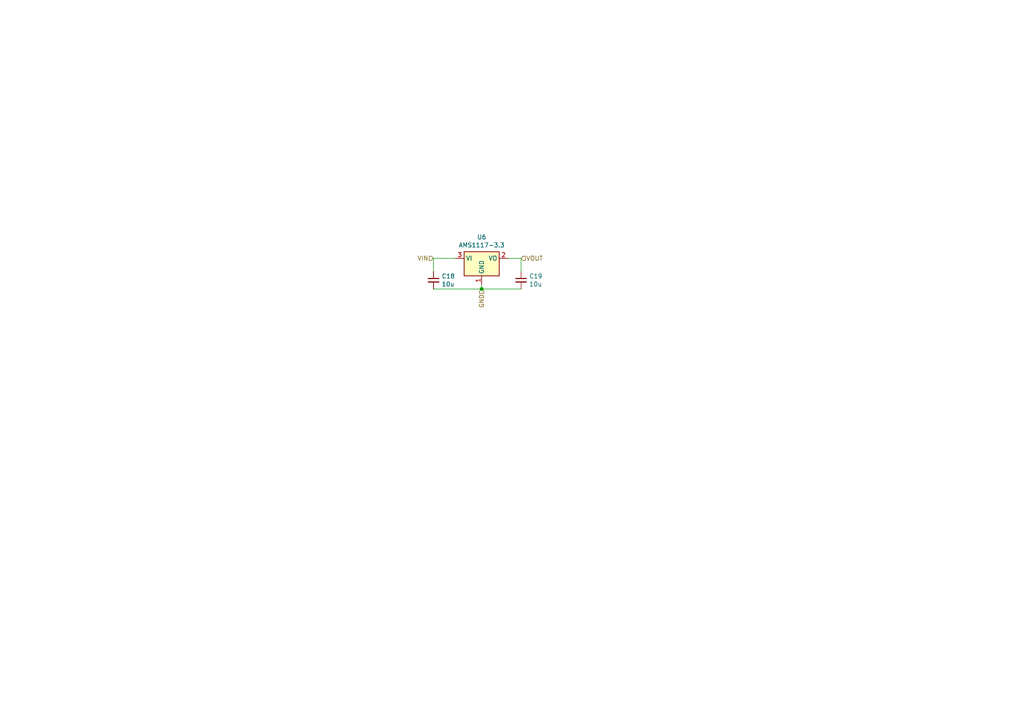
<source format=kicad_sch>
(kicad_sch (version 20231120) (generator "eeschema") (generator_version "8.0")
  (paper "A4")
  (lib_symbols
    (symbol "Device:C_Small" (pin_numbers hide) (pin_names (offset 0.254) hide)
      (property "Reference" "C" (at 0.254 1.778 0))
      (property "Value" "C_Small" (at 0.254 -2.032 0))
      (symbol "C_Small_0_1"
        (polyline (pts (xy -1.524 -0.508) (xy 1.524 -0.508)) (stroke (width 0.3302)))
        (polyline (pts (xy -1.524 0.508) (xy 1.524 0.508)) (stroke (width 0.3048)))
      )
      (symbol "C_Small_1_1"
        (pin passive line (at 0 2.54 270) (length 2.032) (name "~") (number "1"))
        (pin passive line (at 0 -2.54 90) (length 2.032) (name "~") (number "2"))
      )
    )
    (symbol "Regulator_Linear:AMS1117-3.3"
      (property "Reference" "U" (at -3.81 3.175 0))
      (property "Value" "AMS1117-3.3" (at 0 3.175 0))
      (symbol "AMS1117-3.3_0_1"
        (rectangle (start -5.08 -5.08) (end 5.08 1.905) (stroke (width 0.254)) (fill (type background)))
      )
      (symbol "AMS1117-3.3_1_1"
        (pin power_in line (at 0 -7.62 90) (length 2.54) (name "GND") (number "1"))
        (pin power_out line (at 7.62 0 180) (length 2.54) (name "VO") (number "2"))
        (pin power_in line (at -7.62 0 0) (length 2.54) (name "VI") (number "3"))
      )
    )
  )
  (junction (at 139.7 83.82))
  (wire (pts (xy 139.7 83.82) (xy 139.7 82.55)))
  (wire (pts (xy 147.32 74.93) (xy 151.13 74.93)))
  (wire (pts (xy 125.73 78.74) (xy 125.73 74.93)))
  (wire (pts (xy 125.73 74.93) (xy 132.08 74.93)))
  (wire (pts (xy 151.13 74.93) (xy 151.13 78.74)))
  (wire (pts (xy 151.13 83.82) (xy 139.7 83.82)))
  (wire (pts (xy 125.73 83.82) (xy 139.7 83.82)))
  (hierarchical_label "VIN" (shape input) (at 125.73 74.93 180))
  (hierarchical_label "GND" (shape input) (at 139.7 83.82 270))
  (hierarchical_label "VOUT" (shape input) (at 151.13 74.93 0))
  (symbol (lib_id "Device:C_Small") (at 151.13 81.28 0) (unit 1)
    (property "Reference" "C19" (at 153.4668 80.1116 0) (effects (justify left)))
    (property "Value" "10u" (at 153.4668 82.423 0) (effects (justify left)))
    (property "Footprint" "Capacitor_SMD:C_0805_2012Metric" (effects (hide yes)))
    (property "LCSC" "C15850" (effects (hide yes)))
  )
  (symbol (lib_id "Device:C_Small") (at 125.73 81.28 0) (unit 1)
    (property "Reference" "C18" (at 128.0668 80.1116 0) (effects (justify left)))
    (property "Value" "10u" (at 128.0668 82.423 0) (effects (justify left)))
    (property "Footprint" "Capacitor_SMD:C_0805_2012Metric" (effects (hide yes)))
    (property "LCSC" "C15850" (effects (hide yes)))
  )
  (symbol (lib_id "Regulator_Linear:AMS1117-3.3") (at 139.7 74.93 0) (unit 1)
    (property "Reference" "U6" (at 139.7 68.7832 0))
    (property "Value" "AMS1117-3.3" (at 139.7 71.0946 0))
    (property "Footprint" "Package_TO_SOT_SMD:SOT-223-3_TabPin2" (effects (hide yes)))
    (property "Datasheet" "http://www.advanced-monolithic.com/pdf/ds1117.pdf" (effects (hide yes)))
    (property "LCSC" "C6186" (effects (hide yes)))
  )
)
</source>
